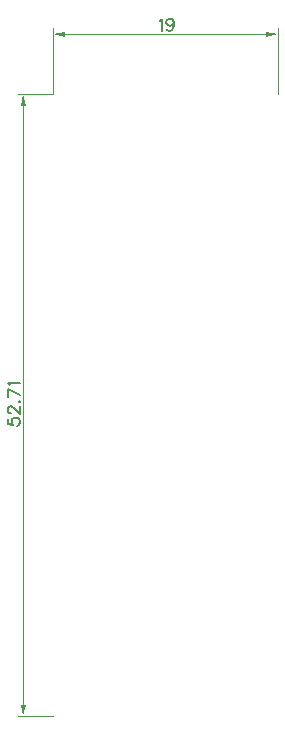
<source format=gbr>
G04 DipTrace 2.4.0.2*
%INTopDimension.gbr*%
%MOMM*%
%ADD13C,0.035*%
%ADD54C,0.157*%
%FSLAX53Y53*%
G04*
G71*
G90*
G75*
G01*
%LNTopDimension*%
%LPD*%
X10000Y62710D2*
D13*
Y68250D1*
X29000Y62710D2*
Y68250D1*
X19500Y67750D2*
X11000D1*
G36*
X10000D2*
X11000Y67950D1*
Y67550D1*
X10000Y67750D1*
G37*
X19500D2*
D13*
X28000D1*
G36*
X29000D2*
X28000Y67550D1*
Y67950D1*
X29000Y67750D1*
G37*
X10000Y10000D2*
D13*
X6960D1*
X10000Y62710D2*
X6960D1*
X7460Y36355D2*
Y11000D1*
G36*
Y10000D2*
X7260Y11000D1*
X7660D1*
X7460Y10000D1*
G37*
Y36355D2*
D13*
Y61710D1*
G36*
Y62710D2*
X7660Y61710D1*
X7260D1*
X7460Y62710D1*
G37*
X18984Y68886D2*
D54*
X19081Y68935D1*
X19227Y69080D1*
Y68060D1*
X20173Y68741D2*
X20124Y68595D1*
X20027Y68497D1*
X19881Y68449D1*
X19833D1*
X19687Y68497D1*
X19590Y68595D1*
X19541Y68741D1*
Y68789D1*
X19590Y68935D1*
X19687Y69032D1*
X19833Y69080D1*
X19881D1*
X20027Y69032D1*
X20124Y68935D1*
X20173Y68741D1*
Y68497D1*
X20124Y68254D1*
X20027Y68108D1*
X19881Y68060D1*
X19785D1*
X19639Y68108D1*
X19590Y68206D1*
X6130Y35197D2*
Y34712D1*
X6567Y34664D1*
X6519Y34712D1*
X6469Y34858D1*
Y35003D1*
X6519Y35149D1*
X6615Y35247D1*
X6761Y35295D1*
X6858D1*
X7004Y35247D1*
X7102Y35149D1*
X7150Y35003D1*
Y34858D1*
X7102Y34712D1*
X7052Y34664D1*
X6956Y34614D1*
X6373Y35658D2*
X6324D1*
X6227Y35706D1*
X6178Y35755D1*
X6130Y35852D1*
Y36047D1*
X6178Y36143D1*
X6227Y36192D1*
X6324Y36241D1*
X6421D1*
X6519Y36192D1*
X6664Y36095D1*
X7150Y35609D1*
Y36289D1*
X7052Y36651D2*
X7102Y36603D1*
X7150Y36651D1*
X7102Y36701D1*
X7052Y36651D1*
X7150Y37209D2*
X6130Y37695D1*
Y37014D1*
X6324Y38009D2*
X6275Y38106D1*
X6130Y38252D1*
X7150D1*
M02*

</source>
